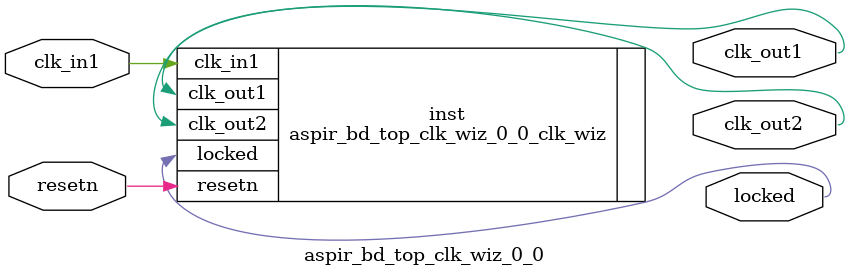
<source format=v>


`timescale 1ps/1ps

(* CORE_GENERATION_INFO = "aspir_bd_top_clk_wiz_0_0,clk_wiz_v6_0_3_0_0,{component_name=aspir_bd_top_clk_wiz_0_0,use_phase_alignment=true,use_min_o_jitter=false,use_max_i_jitter=false,use_dyn_phase_shift=false,use_inclk_switchover=false,use_dyn_reconfig=false,enable_axi=0,feedback_source=FDBK_AUTO,PRIMITIVE=MMCM,num_out_clk=2,clkin1_period=20.000,clkin2_period=10.0,use_power_down=false,use_reset=true,use_locked=true,use_inclk_stopped=false,feedback_type=SINGLE,CLOCK_MGR_TYPE=NA,manual_override=false}" *)

module aspir_bd_top_clk_wiz_0_0 
 (
  // Clock out ports
  output        clk_out1,
  output        clk_out2,
  // Status and control signals
  input         resetn,
  output        locked,
 // Clock in ports
  input         clk_in1
 );

  aspir_bd_top_clk_wiz_0_0_clk_wiz inst
  (
  // Clock out ports  
  .clk_out1(clk_out1),
  .clk_out2(clk_out2),
  // Status and control signals               
  .resetn(resetn), 
  .locked(locked),
 // Clock in ports
  .clk_in1(clk_in1)
  );

endmodule

</source>
